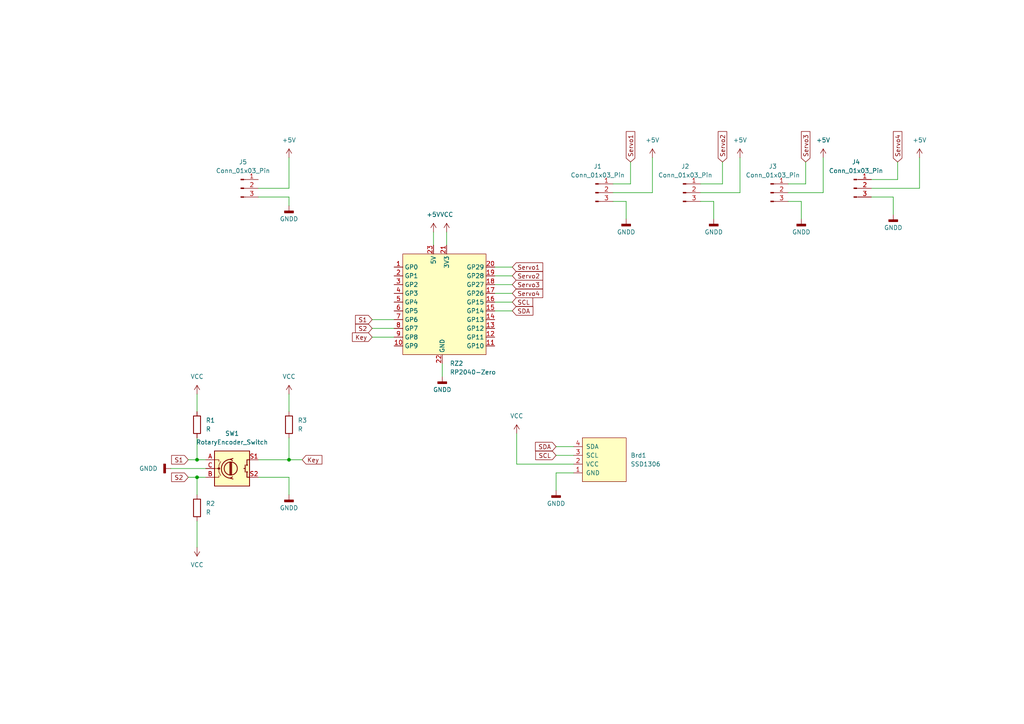
<source format=kicad_sch>
(kicad_sch (version 20230121) (generator eeschema)
  (paper "A4")
  (lib_symbols
    (symbol "Connector:Conn_01x03_Pin" (pin_names (offset 1.016) hide)
      (property "Reference" "J" (at 0 5.08 0))
      (property "Value" "Conn_01x03_Pin" (at 0 -5.08 0))
      (symbol "Conn_01x03_Pin_1_1"
        (polyline (pts (xy 1.27 -2.54) (xy 0.8636 -2.54)) (stroke (width 0.1524)))
        (polyline (pts (xy 1.27 0) (xy 0.8636 0)) (stroke (width 0.1524)))
        (polyline (pts (xy 1.27 2.54) (xy 0.8636 2.54)) (stroke (width 0.1524)))
        (rectangle (start 0.8636 -2.413) (end 0 -2.667) (stroke (width 0.1524)) (fill (type outline)))
        (rectangle (start 0.8636 0.127) (end 0 -0.127) (stroke (width 0.1524)) (fill (type outline)))
        (rectangle (start 0.8636 2.667) (end 0 2.413) (stroke (width 0.1524)) (fill (type outline)))
        (pin passive line (at 5.08 2.54 180) (length 3.81) (name "Pin_1") (number "1"))
        (pin passive line (at 5.08 0 180) (length 3.81) (name "Pin_2") (number "2"))
        (pin passive line (at 5.08 -2.54 180) (length 3.81) (name "Pin_3") (number "3"))
      )
    )
    (symbol "Device:R" (pin_numbers hide) (pin_names (offset 0))
      (property "Reference" "R" (at 2.032 0 90))
      (property "Value" "R" (at 0 0 90))
      (symbol "R_0_1"
        (rectangle (start -1.016 -2.54) (end 1.016 2.54) (stroke (width 0.254)))
      )
      (symbol "R_1_1"
        (pin passive line (at 0 3.81 270) (length 1.27) (name "~") (number "1"))
        (pin passive line (at 0 -3.81 90) (length 1.27) (name "~") (number "2"))
      )
    )
    (symbol "Device:RotaryEncoder_Switch" (pin_names (offset 0.254) hide)
      (property "Reference" "SW" (at 0 6.604 0))
      (property "Value" "RotaryEncoder_Switch" (at 0 -6.604 0))
      (symbol "RotaryEncoder_Switch_0_1"
        (rectangle (start -5.08 5.08) (end 5.08 -5.08) (stroke (width 0.254)) (fill (type background)))
        (circle (center -3.81 0) (radius 0.254) (fill (type outline)))
        (circle (center -0.381 0) (radius 1.905) (stroke (width 0.254)))
        (arc (start -0.381 2.667) (mid -3.0988 -0.0635) (end -0.381 -2.794) (stroke (width 0.254)))
        (polyline (pts (xy -0.635 -1.778) (xy -0.635 1.778)) (stroke (width 0.254)))
        (polyline (pts (xy -0.381 -1.778) (xy -0.381 1.778)) (stroke (width 0.254)))
        (polyline (pts (xy -0.127 1.778) (xy -0.127 -1.778)) (stroke (width 0.254)))
        (polyline (pts (xy 3.81 0) (xy 3.429 0)) (stroke (width 0.254)))
        (polyline (pts (xy 3.81 1.016) (xy 3.81 -1.016)) (stroke (width 0.254)))
        (polyline (pts (xy -5.08 -2.54) (xy -3.81 -2.54) (xy -3.81 -2.032)))
        (polyline (pts (xy -5.08 2.54) (xy -3.81 2.54) (xy -3.81 2.032)))
        (polyline (pts (xy 0.254 -3.048) (xy -0.508 -2.794) (xy 0.127 -2.413)) (stroke (width 0.254)))
        (polyline (pts (xy 0.254 2.921) (xy -0.508 2.667) (xy 0.127 2.286)) (stroke (width 0.254)))
        (polyline (pts (xy 5.08 -2.54) (xy 4.318 -2.54) (xy 4.318 -1.016)) (stroke (width 0.254)))
        (polyline (pts (xy 5.08 2.54) (xy 4.318 2.54) (xy 4.318 1.016)) (stroke (width 0.254)))
        (polyline (pts (xy -5.08 0) (xy -3.81 0) (xy -3.81 -1.016) (xy -3.302 -2.032)))
        (polyline (pts (xy -4.318 0) (xy -3.81 0) (xy -3.81 1.016) (xy -3.302 2.032)))
        (circle (center 4.318 -1.016) (radius 0.127) (stroke (width 0.254)))
        (circle (center 4.318 1.016) (radius 0.127) (stroke (width 0.254)))
      )
      (symbol "RotaryEncoder_Switch_1_1"
        (pin passive line (at -7.62 2.54 0) (length 2.54) (name "A") (number "A"))
        (pin passive line (at -7.62 -2.54 0) (length 2.54) (name "B") (number "B"))
        (pin passive line (at -7.62 0 0) (length 2.54) (name "C") (number "C"))
        (pin passive line (at 7.62 2.54 180) (length 2.54) (name "S1") (number "S1"))
        (pin passive line (at 7.62 -2.54 180) (length 2.54) (name "S2") (number "S2"))
      )
    )
    (symbol "RP2040-Zero_1"
      (property "Reference" "RZ" (at 0 0 0))
      (property "Value" "RP2040-Zero" (at 0 -2.54 0))
      (property "Footprint" "RP2040-Zero:RP2040-Zero" (at 0 0 0))
      (symbol "RP2040-Zero_1_0_1"
        (rectangle (start -11.43 13.97) (end 12.7 -15.24) (fill (type background)))
      )
      (symbol "RP2040-Zero_1_1_1"
        (pin bidirectional line (at -13.97 10.16 0) (length 2.54) (name "GP0") (number "1"))
        (pin bidirectional line (at -13.97 -12.7 0) (length 2.54) (name "GP9") (number "10"))
        (pin bidirectional line (at 15.24 -12.7 180) (length 2.54) (name "GP10") (number "11"))
        (pin bidirectional line (at 15.24 -10.16 180) (length 2.54) (name "GP11") (number "12"))
        (pin bidirectional line (at 15.24 -7.62 180) (length 2.54) (name "GP12") (number "13"))
        (pin bidirectional line (at 15.24 -5.08 180) (length 2.54) (name "GP13") (number "14"))
        (pin bidirectional line (at 15.24 -2.54 180) (length 2.54) (name "GP14") (number "15"))
        (pin bidirectional line (at 15.24 0 180) (length 2.54) (name "GP15") (number "16"))
        (pin bidirectional line (at 15.24 2.54 180) (length 2.54) (name "GP26") (number "17"))
        (pin bidirectional line (at 15.24 5.08 180) (length 2.54) (name "GP27") (number "18"))
        (pin bidirectional line (at 15.24 7.62 180) (length 2.54) (name "GP28") (number "19"))
        (pin bidirectional line (at -13.97 7.62 0) (length 2.54) (name "GP1") (number "2"))
        (pin bidirectional line (at 15.24 10.16 180) (length 2.54) (name "GP29") (number "20"))
        (pin power_in line (at 1.27 16.51 270) (length 2.54) (name "3V3") (number "21"))
        (pin power_in line (at 0 -17.78 90) (length 2.54) (name "GND") (number "22"))
        (pin power_in line (at -2.54 16.51 270) (length 2.54) (name "5V") (number "23"))
        (pin bidirectional line (at -13.97 5.08 0) (length 2.54) (name "GP2") (number "3"))
        (pin bidirectional line (at -13.97 2.54 0) (length 2.54) (name "GP3") (number "4"))
        (pin bidirectional line (at -13.97 0 0) (length 2.54) (name "GP4") (number "5"))
        (pin bidirectional line (at -13.97 -2.54 0) (length 2.54) (name "GP5") (number "6"))
        (pin bidirectional line (at -13.97 -5.08 0) (length 2.54) (name "GP6") (number "7"))
        (pin bidirectional line (at -13.97 -7.62 0) (length 2.54) (name "GP7") (number "8"))
        (pin bidirectional line (at -13.97 -10.16 0) (length 2.54) (name "GP8") (number "9"))
      )
    )
    (symbol "SSD1306_Library:SSD1306" (pin_names (offset 1.016))
      (property "Reference" "Brd" (at 0 -3.81 0))
      (property "Value" "SSD1306" (at 0 -1.27 0))
      (symbol "SSD1306_0_1"
        (rectangle (start -6.35 6.35) (end 6.35 -6.35) (fill (type background)))
      )
      (symbol "SSD1306_1_1"
        (pin input line (at -3.81 8.89 270) (length 2.54) (name "GND") (number "1"))
        (pin input line (at -1.27 8.89 270) (length 2.54) (name "VCC") (number "2"))
        (pin input line (at 1.27 8.89 270) (length 2.54) (name "SCL") (number "3"))
        (pin input line (at 3.81 8.89 270) (length 2.54) (name "SDA") (number "4"))
      )
    )
    (symbol "power:+5V" (power) (pin_names (offset 0))
      (property "Value" "+5V" (at 0 3.556 0))
      (symbol "+5V_0_1"
        (polyline (pts (xy -0.762 1.27) (xy 0 2.54)))
        (polyline (pts (xy 0 0) (xy 0 2.54)))
        (polyline (pts (xy 0 2.54) (xy 0.762 1.27)))
      )
      (symbol "+5V_1_1"
        (pin power_in line (at 0 0 90) (length 0) hide (name "+5V") (number "1"))
      )
    )
    (symbol "power:GNDD" (power) (pin_names (offset 0))
      (property "Value" "GNDD" (at 0 -3.175 0))
      (symbol "GNDD_0_1"
        (rectangle (start -1.27 -1.524) (end 1.27 -2.032) (stroke (width 0.254)) (fill (type outline)))
        (polyline (pts (xy 0 0) (xy 0 -1.524)))
      )
      (symbol "GNDD_1_1"
        (pin power_in line (at 0 0 270) (length 0) hide (name "GNDD") (number "1"))
      )
    )
    (symbol "power:VCC" (power) (pin_names (offset 0))
      (property "Value" "VCC" (at 0 3.81 0))
      (symbol "VCC_0_1"
        (polyline (pts (xy -0.762 1.27) (xy 0 2.54)))
        (polyline (pts (xy 0 0) (xy 0 2.54)))
        (polyline (pts (xy 0 2.54) (xy 0.762 1.27)))
      )
      (symbol "VCC_1_1"
        (pin power_in line (at 0 0 90) (length 0) hide (name "VCC") (number "1"))
      )
    )
  )
  (junction (at 83.82 133.35))
  (junction (at 57.15 133.35))
  (junction (at 57.15 138.43))
  (wire (pts (xy 203.2 53.34) (xy 209.55 53.34)))
  (wire (pts (xy 107.95 97.79) (xy 114.3 97.79)))
  (wire (pts (xy 161.29 129.54) (xy 166.37 129.54)))
  (wire (pts (xy 149.86 134.62) (xy 149.86 125.73)))
  (wire (pts (xy 54.61 138.43) (xy 57.15 138.43)))
  (wire (pts (xy 228.6 53.34) (xy 233.68 53.34)))
  (wire (pts (xy 252.73 54.61) (xy 266.7 54.61)))
  (wire (pts (xy 166.37 137.16) (xy 161.29 137.16)))
  (wire (pts (xy 260.35 52.07) (xy 260.35 46.99)))
  (wire (pts (xy 107.95 92.71) (xy 114.3 92.71)))
  (wire (pts (xy 83.82 133.35) (xy 87.63 133.35)))
  (wire (pts (xy 59.69 135.89) (xy 49.53 135.89)))
  (wire (pts (xy 259.08 57.15) (xy 259.08 62.23)))
  (wire (pts (xy 182.88 53.34) (xy 182.88 46.99)))
  (wire (pts (xy 83.82 138.43) (xy 83.82 143.51)))
  (wire (pts (xy 57.15 138.43) (xy 57.15 143.51)))
  (wire (pts (xy 181.61 58.42) (xy 181.61 63.5)))
  (wire (pts (xy 252.73 52.07) (xy 260.35 52.07)))
  (wire (pts (xy 189.23 55.88) (xy 189.23 45.72)))
  (wire (pts (xy 143.51 90.17) (xy 148.59 90.17)))
  (wire (pts (xy 177.8 58.42) (xy 181.61 58.42)))
  (wire (pts (xy 57.15 133.35) (xy 59.69 133.35)))
  (wire (pts (xy 143.51 80.01) (xy 148.59 80.01)))
  (wire (pts (xy 233.68 53.34) (xy 233.68 46.99)))
  (wire (pts (xy 83.82 133.35) (xy 83.82 127)))
  (wire (pts (xy 209.55 53.34) (xy 209.55 46.99)))
  (wire (pts (xy 161.29 137.16) (xy 161.29 142.24)))
  (wire (pts (xy 252.73 57.15) (xy 259.08 57.15)))
  (wire (pts (xy 232.41 58.42) (xy 232.41 63.5)))
  (wire (pts (xy 128.27 105.41) (xy 128.27 109.22)))
  (wire (pts (xy 57.15 127) (xy 57.15 133.35)))
  (wire (pts (xy 74.93 138.43) (xy 83.82 138.43)))
  (wire (pts (xy 203.2 58.42) (xy 207.01 58.42)))
  (wire (pts (xy 214.63 55.88) (xy 214.63 45.72)))
  (wire (pts (xy 228.6 58.42) (xy 232.41 58.42)))
  (wire (pts (xy 203.2 55.88) (xy 214.63 55.88)))
  (wire (pts (xy 143.51 85.09) (xy 148.59 85.09)))
  (wire (pts (xy 238.76 55.88) (xy 238.76 45.72)))
  (wire (pts (xy 107.95 95.25) (xy 114.3 95.25)))
  (wire (pts (xy 143.51 87.63) (xy 148.59 87.63)))
  (wire (pts (xy 207.01 58.42) (xy 207.01 63.5)))
  (wire (pts (xy 54.61 133.35) (xy 57.15 133.35)))
  (wire (pts (xy 57.15 151.13) (xy 57.15 158.75)))
  (wire (pts (xy 228.6 55.88) (xy 238.76 55.88)))
  (wire (pts (xy 266.7 54.61) (xy 266.7 45.72)))
  (wire (pts (xy 177.8 55.88) (xy 189.23 55.88)))
  (wire (pts (xy 74.93 54.61) (xy 83.82 54.61)))
  (wire (pts (xy 125.73 67.31) (xy 125.73 71.12)))
  (wire (pts (xy 166.37 134.62) (xy 149.86 134.62)))
  (wire (pts (xy 83.82 57.15) (xy 83.82 59.69)))
  (wire (pts (xy 74.93 57.15) (xy 83.82 57.15)))
  (wire (pts (xy 83.82 54.61) (xy 83.82 45.72)))
  (wire (pts (xy 177.8 53.34) (xy 182.88 53.34)))
  (wire (pts (xy 57.15 114.3) (xy 57.15 119.38)))
  (wire (pts (xy 83.82 114.3) (xy 83.82 119.38)))
  (wire (pts (xy 143.51 77.47) (xy 148.59 77.47)))
  (wire (pts (xy 161.29 132.08) (xy 166.37 132.08)))
  (wire (pts (xy 74.93 133.35) (xy 83.82 133.35)))
  (wire (pts (xy 143.51 82.55) (xy 148.59 82.55)))
  (wire (pts (xy 129.54 67.31) (xy 129.54 71.12)))
  (wire (pts (xy 57.15 138.43) (xy 59.69 138.43)))
  (global_label "Key" (shape input) (at 107.95 97.79 180) (property "Intersheetrefs" "${INTERSHEET_REFS}" (effects hide)))
  (global_label "Servo4" (shape input) (at 148.59 85.09 0) (property "Intersheetrefs" "${INTERSHEET_REFS}" (effects hide)))
  (global_label "S1" (shape input) (at 107.95 92.71 180) (property "Intersheetrefs" "${INTERSHEET_REFS}" (effects hide)))
  (global_label "SDA" (shape input) (at 148.59 90.17 0) (property "Intersheetrefs" "${INTERSHEET_REFS}" (effects hide)))
  (global_label "Servo3" (shape input) (at 148.59 82.55 0) (property "Intersheetrefs" "${INTERSHEET_REFS}" (effects hide)))
  (global_label "SDA" (shape input) (at 161.29 129.54 180) (property "Intersheetrefs" "${INTERSHEET_REFS}" (effects hide)))
  (global_label "Servo2" (shape input) (at 209.55 46.99 90) (property "Intersheetrefs" "${INTERSHEET_REFS}" (effects hide)))
  (global_label "Servo1" (shape input) (at 148.59 77.47 0) (property "Intersheetrefs" "${INTERSHEET_REFS}" (effects hide)))
  (global_label "S1" (shape input) (at 54.61 133.35 180) (property "Intersheetrefs" "${INTERSHEET_REFS}" (effects hide)))
  (global_label "Key" (shape input) (at 87.63 133.35 0) (property "Intersheetrefs" "${INTERSHEET_REFS}" (effects hide)))
  (global_label "Servo3" (shape input) (at 233.68 46.99 90) (property "Intersheetrefs" "${INTERSHEET_REFS}" (effects hide)))
  (global_label "Servo1" (shape input) (at 182.88 46.99 90) (property "Intersheetrefs" "${INTERSHEET_REFS}" (effects hide)))
  (global_label "S2" (shape input) (at 54.61 138.43 180) (property "Intersheetrefs" "${INTERSHEET_REFS}" (effects hide)))
  (global_label "Servo4" (shape input) (at 260.35 46.99 90) (property "Intersheetrefs" "${INTERSHEET_REFS}" (effects hide)))
  (global_label "Servo2" (shape input) (at 148.59 80.01 0) (property "Intersheetrefs" "${INTERSHEET_REFS}" (effects hide)))
  (global_label "SCL" (shape input) (at 161.29 132.08 180) (property "Intersheetrefs" "${INTERSHEET_REFS}" (effects hide)))
  (global_label "SCL" (shape input) (at 148.59 87.63 0) (property "Intersheetrefs" "${INTERSHEET_REFS}" (effects hide)))
  (global_label "S2" (shape input) (at 107.95 95.25 180) (property "Intersheetrefs" "${INTERSHEET_REFS}" (effects hide)))
  (symbol (lib_id "power:GNDD") (at 259.08 62.23 0) (unit 1)
    (property "Reference" "#PWR04" (effects hide))
    (property "Value" "GNDD" (at 259.08 66.04 0))
  )
  (symbol (lib_id "power:+5V") (at 125.73 67.31 0) (unit 1)
    (property "Reference" "#PWR017" (effects hide))
    (property "Value" "+5V" (at 125.73 62.23 0))
  )
  (symbol (lib_id "Connector:Conn_01x03_Pin") (at 172.72 55.88 0) (unit 1)
    (property "Reference" "J1" (at 173.355 48.26 0))
    (property "Value" "Conn_01x03_Pin" (at 173.355 50.8 0))
    (property "Footprint" "Connector_PinHeader_2.54mm:PinHeader_1x03_P2.54mm_Vertical" (effects hide))
  )
  (symbol (lib_id "power:VCC") (at 57.15 114.3 0) (unit 1)
    (property "Reference" "#PWR010" (effects hide))
    (property "Value" "VCC" (at 57.15 109.22 0))
  )
  (symbol (lib_id "power:GNDD") (at 83.82 143.51 0) (unit 1)
    (property "Reference" "#PWR013" (effects hide))
    (property "Value" "GNDD" (at 83.82 147.32 0))
  )
  (symbol (lib_id "Connector:Conn_01x03_Pin") (at 69.85 54.61 0) (unit 1)
    (property "Reference" "J5" (at 70.485 46.99 0))
    (property "Value" "Conn_01x03_Pin" (at 70.485 49.53 0))
    (property "Footprint" "Connector_PinHeader_2.54mm:PinHeader_1x03_P2.54mm_Horizontal" (effects hide))
  )
  (symbol (lib_id "power:+5V") (at 238.76 45.72 0) (unit 1)
    (property "Reference" "#PWR06" (effects hide))
    (property "Value" "+5V" (at 238.76 40.64 0))
  )
  (symbol (lib_id "SSD1306_Library:SSD1306") (at 175.26 133.35 90) (unit 1)
    (property "Reference" "Brd1" (at 182.88 132.08 90) (effects (justify right)))
    (property "Value" "SSD1306" (at 182.88 134.62 90) (effects (justify right)))
    (property "Footprint" "SSD1306_Library:128x64OLED" (effects hide))
  )
  (symbol (lib_id "power:VCC") (at 129.54 67.31 0) (unit 1)
    (property "Reference" "#PWR016" (effects hide))
    (property "Value" "VCC" (at 129.54 62.23 0))
  )
  (symbol (lib_id "power:+5V") (at 83.82 45.72 0) (unit 1)
    (property "Reference" "#PWR019" (effects hide))
    (property "Value" "+5V" (at 83.82 40.64 0))
  )
  (symbol (lib_id "power:GNDD") (at 207.01 63.5 0) (unit 1)
    (property "Reference" "#PWR02" (effects hide))
    (property "Value" "GNDD" (at 207.01 67.31 0))
  )
  (symbol (lib_id "Device:RotaryEncoder_Switch") (at 67.31 135.89 0) (unit 1)
    (property "Reference" "SW1" (at 67.31 125.73 0))
    (property "Value" "RotaryEncoder_Switch" (at 67.31 128.27 0))
    (property "Footprint" "Rotary_Encoder:RotaryEncoder_Alps_EC11E-Switch_Vertical_H20mm_CircularMountingHoles" (effects hide))
  )
  (symbol (lib_id "power:GNDD") (at 128.27 109.22 0) (unit 1)
    (property "Reference" "#PWR018" (effects hide))
    (property "Value" "GNDD" (at 128.27 113.03 0))
  )
  (symbol (lib_id "power:GNDD") (at 83.82 59.69 0) (unit 1)
    (property "Reference" "#PWR020" (effects hide))
    (property "Value" "GNDD" (at 83.82 63.5 0))
  )
  (symbol (lib_id "power:GNDD") (at 181.61 63.5 0) (unit 1)
    (property "Reference" "#PWR01" (effects hide))
    (property "Value" "GNDD" (at 181.61 67.31 0))
  )
  (symbol (lib_id "power:VCC") (at 57.15 158.75 180) (unit 1)
    (property "Reference" "#PWR09" (effects hide))
    (property "Value" "VCC" (at 57.15 163.83 0))
  )
  (symbol (lib_id "power:+5V") (at 266.7 45.72 0) (unit 1)
    (property "Reference" "#PWR05" (effects hide))
    (property "Value" "+5V" (at 266.7 40.64 0))
  )
  (symbol (lib_id "Device:R") (at 57.15 147.32 0) (unit 1)
    (property "Reference" "R2" (at 59.69 146.05 0) (effects (justify left)))
    (property "Value" "R" (at 59.69 148.59 0) (effects (justify left)))
    (property "Footprint" "Resistor_SMD:R_1206_3216Metric" (effects hide))
  )
  (symbol (lib_name "RP2040-Zero_1") (lib_id "RP2040_Library:RP2040-Zero") (at 128.27 87.63 0) (unit 1)
    (property "Reference" "RZ2" (at 130.4641 105.41 0) (effects (justify left)))
    (property "Value" "RP2040-Zero" (at 130.4641 107.95 0) (effects (justify left)))
    (property "Footprint" "RP2040Library:RP2040-Zero" (effects hide))
  )
  (symbol (lib_id "power:GNDD") (at 232.41 63.5 0) (unit 1)
    (property "Reference" "#PWR03" (effects hide))
    (property "Value" "GNDD" (at 232.41 67.31 0))
  )
  (symbol (lib_id "Device:R") (at 57.15 123.19 0) (unit 1)
    (property "Reference" "R1" (at 59.69 121.92 0) (effects (justify left)))
    (property "Value" "R" (at 59.69 124.46 0) (effects (justify left)))
    (property "Footprint" "Resistor_SMD:R_1206_3216Metric" (effects hide))
  )
  (symbol (lib_id "power:+5V") (at 214.63 45.72 0) (unit 1)
    (property "Reference" "#PWR07" (effects hide))
    (property "Value" "+5V" (at 214.63 40.64 0))
  )
  (symbol (lib_id "Device:R") (at 83.82 123.19 0) (unit 1)
    (property "Reference" "R3" (at 86.36 121.92 0) (effects (justify left)))
    (property "Value" "R" (at 86.36 124.46 0) (effects (justify left)))
    (property "Footprint" "Resistor_SMD:R_1206_3216Metric" (effects hide))
  )
  (symbol (lib_id "power:VCC") (at 149.86 125.73 0) (unit 1)
    (property "Reference" "#PWR015" (effects hide))
    (property "Value" "VCC" (at 149.86 120.65 0))
  )
  (symbol (lib_id "power:GNDD") (at 49.53 135.89 270) (unit 1)
    (property "Reference" "#PWR012" (effects hide))
    (property "Value" "GNDD" (at 45.72 135.89 90) (effects (justify right)))
  )
  (symbol (lib_id "power:VCC") (at 83.82 114.3 0) (unit 1)
    (property "Reference" "#PWR011" (effects hide))
    (property "Value" "VCC" (at 83.82 109.22 0))
  )
  (symbol (lib_id "Connector:Conn_01x03_Pin") (at 247.65 54.61 0) (unit 1)
    (property "Reference" "J4" (at 248.285 46.99 0))
    (property "Value" "Conn_01x03_Pin" (at 248.285 49.53 0))
    (property "Footprint" "Connector_PinHeader_2.54mm:PinHeader_1x03_P2.54mm_Vertical" (effects hide))
  )
  (symbol (lib_id "power:+5V") (at 189.23 45.72 0) (unit 1)
    (property "Reference" "#PWR08" (effects hide))
    (property "Value" "+5V" (at 189.23 40.64 0))
  )
  (symbol (lib_id "power:GNDD") (at 161.29 142.24 0) (unit 1)
    (property "Reference" "#PWR014" (effects hide))
    (property "Value" "GNDD" (at 161.29 146.05 0))
  )
  (symbol (lib_id "Connector:Conn_01x03_Pin") (at 223.52 55.88 0) (unit 1)
    (property "Reference" "J3" (at 224.155 48.26 0))
    (property "Value" "Conn_01x03_Pin" (at 224.155 50.8 0))
    (property "Footprint" "Connector_PinHeader_2.54mm:PinHeader_1x03_P2.54mm_Vertical" (effects hide))
  )
  (symbol (lib_id "Connector:Conn_01x03_Pin") (at 198.12 55.88 0) (unit 1)
    (property "Reference" "J2" (at 198.755 48.26 0))
    (property "Value" "Conn_01x03_Pin" (at 198.755 50.8 0))
    (property "Footprint" "Connector_PinHeader_2.54mm:PinHeader_1x03_P2.54mm_Vertical" (effects hide))
  )
)
</source>
